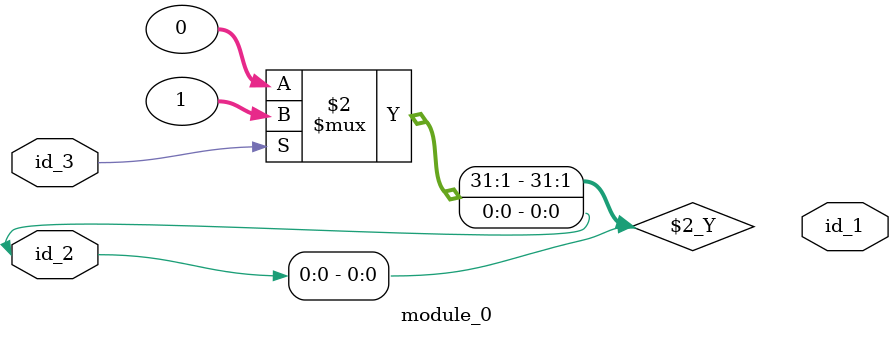
<source format=v>
module module_0 (
    id_1,
    id_2,
    id_3
);
  inout id_3;
  inout id_2;
  output id_1;
  assign id_2['d0] = id_3 ? 1 : 1'b0;
endmodule

</source>
